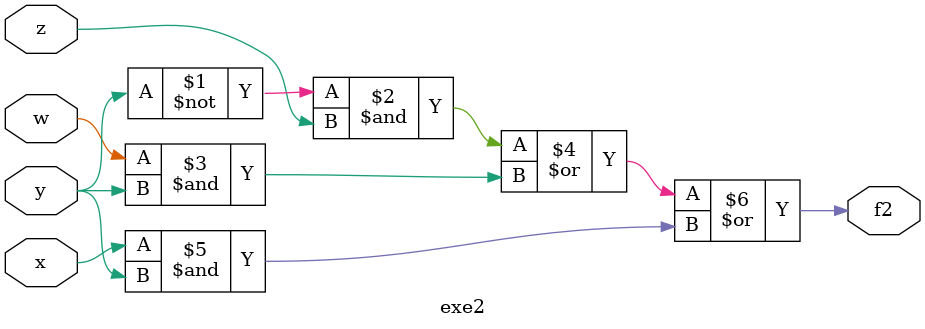
<source format=v>
module exe2(w,x,y,z,f2); 
input w,x,y,z; 
output f2; 
assign f2=((~y & z)|( w & y )|(x & y)); 
endmodule
</source>
